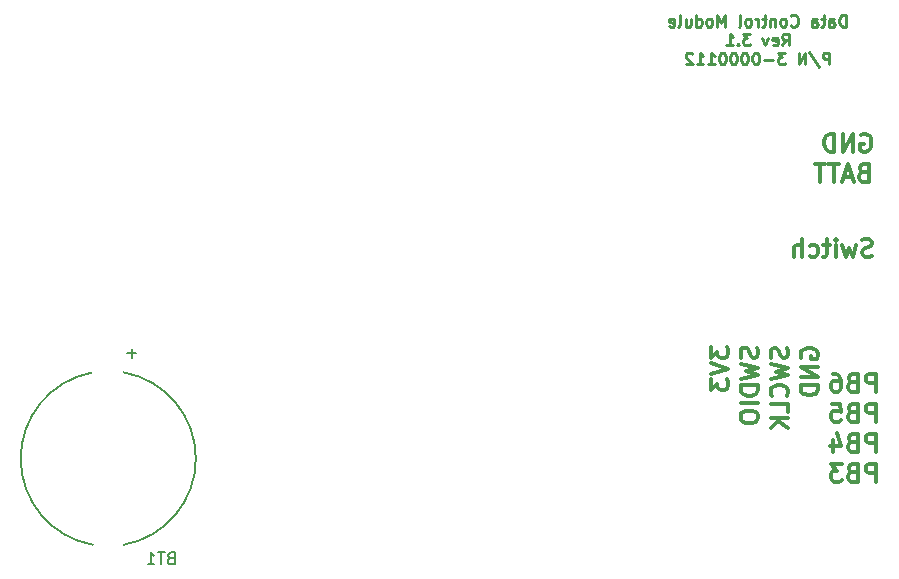
<source format=gbr>
G04 #@! TF.GenerationSoftware,KiCad,Pcbnew,(6.0.7)*
G04 #@! TF.CreationDate,2022-09-05T18:06:52-05:00*
G04 #@! TF.ProjectId,control_pcb,636f6e74-726f-46c5-9f70-63622e6b6963,3.1*
G04 #@! TF.SameCoordinates,Original*
G04 #@! TF.FileFunction,Legend,Bot*
G04 #@! TF.FilePolarity,Positive*
%FSLAX46Y46*%
G04 Gerber Fmt 4.6, Leading zero omitted, Abs format (unit mm)*
G04 Created by KiCad (PCBNEW (6.0.7)) date 2022-09-05 18:06:52*
%MOMM*%
%LPD*%
G01*
G04 APERTURE LIST*
%ADD10C,0.247650*%
%ADD11C,0.300000*%
%ADD12C,0.150000*%
G04 APERTURE END LIST*
D10*
X149335671Y-104390262D02*
X149335671Y-103399662D01*
X149099814Y-103399662D01*
X148958300Y-103446834D01*
X148863957Y-103541176D01*
X148816785Y-103635519D01*
X148769614Y-103824205D01*
X148769614Y-103965719D01*
X148816785Y-104154405D01*
X148863957Y-104248748D01*
X148958300Y-104343091D01*
X149099814Y-104390262D01*
X149335671Y-104390262D01*
X147920528Y-104390262D02*
X147920528Y-103871376D01*
X147967700Y-103777034D01*
X148062042Y-103729862D01*
X148250728Y-103729862D01*
X148345071Y-103777034D01*
X147920528Y-104343091D02*
X148014871Y-104390262D01*
X148250728Y-104390262D01*
X148345071Y-104343091D01*
X148392242Y-104248748D01*
X148392242Y-104154405D01*
X148345071Y-104060062D01*
X148250728Y-104012891D01*
X148014871Y-104012891D01*
X147920528Y-103965719D01*
X147590328Y-103729862D02*
X147212957Y-103729862D01*
X147448814Y-103399662D02*
X147448814Y-104248748D01*
X147401642Y-104343091D01*
X147307300Y-104390262D01*
X147212957Y-104390262D01*
X146458214Y-104390262D02*
X146458214Y-103871376D01*
X146505385Y-103777034D01*
X146599728Y-103729862D01*
X146788414Y-103729862D01*
X146882757Y-103777034D01*
X146458214Y-104343091D02*
X146552557Y-104390262D01*
X146788414Y-104390262D01*
X146882757Y-104343091D01*
X146929928Y-104248748D01*
X146929928Y-104154405D01*
X146882757Y-104060062D01*
X146788414Y-104012891D01*
X146552557Y-104012891D01*
X146458214Y-103965719D01*
X144665700Y-104295919D02*
X144712871Y-104343091D01*
X144854385Y-104390262D01*
X144948728Y-104390262D01*
X145090242Y-104343091D01*
X145184585Y-104248748D01*
X145231757Y-104154405D01*
X145278928Y-103965719D01*
X145278928Y-103824205D01*
X145231757Y-103635519D01*
X145184585Y-103541176D01*
X145090242Y-103446834D01*
X144948728Y-103399662D01*
X144854385Y-103399662D01*
X144712871Y-103446834D01*
X144665700Y-103494005D01*
X144099642Y-104390262D02*
X144193985Y-104343091D01*
X144241157Y-104295919D01*
X144288328Y-104201576D01*
X144288328Y-103918548D01*
X144241157Y-103824205D01*
X144193985Y-103777034D01*
X144099642Y-103729862D01*
X143958128Y-103729862D01*
X143863785Y-103777034D01*
X143816614Y-103824205D01*
X143769442Y-103918548D01*
X143769442Y-104201576D01*
X143816614Y-104295919D01*
X143863785Y-104343091D01*
X143958128Y-104390262D01*
X144099642Y-104390262D01*
X143344900Y-103729862D02*
X143344900Y-104390262D01*
X143344900Y-103824205D02*
X143297728Y-103777034D01*
X143203385Y-103729862D01*
X143061871Y-103729862D01*
X142967528Y-103777034D01*
X142920357Y-103871376D01*
X142920357Y-104390262D01*
X142590157Y-103729862D02*
X142212785Y-103729862D01*
X142448642Y-103399662D02*
X142448642Y-104248748D01*
X142401471Y-104343091D01*
X142307128Y-104390262D01*
X142212785Y-104390262D01*
X141882585Y-104390262D02*
X141882585Y-103729862D01*
X141882585Y-103918548D02*
X141835414Y-103824205D01*
X141788242Y-103777034D01*
X141693900Y-103729862D01*
X141599557Y-103729862D01*
X141127842Y-104390262D02*
X141222185Y-104343091D01*
X141269357Y-104295919D01*
X141316528Y-104201576D01*
X141316528Y-103918548D01*
X141269357Y-103824205D01*
X141222185Y-103777034D01*
X141127842Y-103729862D01*
X140986328Y-103729862D01*
X140891985Y-103777034D01*
X140844814Y-103824205D01*
X140797642Y-103918548D01*
X140797642Y-104201576D01*
X140844814Y-104295919D01*
X140891985Y-104343091D01*
X140986328Y-104390262D01*
X141127842Y-104390262D01*
X140231585Y-104390262D02*
X140325928Y-104343091D01*
X140373100Y-104248748D01*
X140373100Y-103399662D01*
X139099471Y-104390262D02*
X139099471Y-103399662D01*
X138769271Y-104107234D01*
X138439071Y-103399662D01*
X138439071Y-104390262D01*
X137825842Y-104390262D02*
X137920185Y-104343091D01*
X137967357Y-104295919D01*
X138014528Y-104201576D01*
X138014528Y-103918548D01*
X137967357Y-103824205D01*
X137920185Y-103777034D01*
X137825842Y-103729862D01*
X137684328Y-103729862D01*
X137589985Y-103777034D01*
X137542814Y-103824205D01*
X137495642Y-103918548D01*
X137495642Y-104201576D01*
X137542814Y-104295919D01*
X137589985Y-104343091D01*
X137684328Y-104390262D01*
X137825842Y-104390262D01*
X136646557Y-104390262D02*
X136646557Y-103399662D01*
X136646557Y-104343091D02*
X136740900Y-104390262D01*
X136929585Y-104390262D01*
X137023928Y-104343091D01*
X137071100Y-104295919D01*
X137118271Y-104201576D01*
X137118271Y-103918548D01*
X137071100Y-103824205D01*
X137023928Y-103777034D01*
X136929585Y-103729862D01*
X136740900Y-103729862D01*
X136646557Y-103777034D01*
X135750300Y-103729862D02*
X135750300Y-104390262D01*
X136174842Y-103729862D02*
X136174842Y-104248748D01*
X136127671Y-104343091D01*
X136033328Y-104390262D01*
X135891814Y-104390262D01*
X135797471Y-104343091D01*
X135750300Y-104295919D01*
X135137071Y-104390262D02*
X135231414Y-104343091D01*
X135278585Y-104248748D01*
X135278585Y-103399662D01*
X134382328Y-104343091D02*
X134476671Y-104390262D01*
X134665357Y-104390262D01*
X134759700Y-104343091D01*
X134806871Y-104248748D01*
X134806871Y-103871376D01*
X134759700Y-103777034D01*
X134665357Y-103729862D01*
X134476671Y-103729862D01*
X134382328Y-103777034D01*
X134335157Y-103871376D01*
X134335157Y-103965719D01*
X134806871Y-104060062D01*
X143910957Y-105985128D02*
X144241157Y-105513414D01*
X144477014Y-105985128D02*
X144477014Y-104994528D01*
X144099642Y-104994528D01*
X144005300Y-105041700D01*
X143958128Y-105088871D01*
X143910957Y-105183214D01*
X143910957Y-105324728D01*
X143958128Y-105419071D01*
X144005300Y-105466242D01*
X144099642Y-105513414D01*
X144477014Y-105513414D01*
X143109042Y-105937957D02*
X143203385Y-105985128D01*
X143392071Y-105985128D01*
X143486414Y-105937957D01*
X143533585Y-105843614D01*
X143533585Y-105466242D01*
X143486414Y-105371900D01*
X143392071Y-105324728D01*
X143203385Y-105324728D01*
X143109042Y-105371900D01*
X143061871Y-105466242D01*
X143061871Y-105560585D01*
X143533585Y-105654928D01*
X142731671Y-105324728D02*
X142495814Y-105985128D01*
X142259957Y-105324728D01*
X141222185Y-104994528D02*
X140608957Y-104994528D01*
X140939157Y-105371900D01*
X140797642Y-105371900D01*
X140703300Y-105419071D01*
X140656128Y-105466242D01*
X140608957Y-105560585D01*
X140608957Y-105796442D01*
X140656128Y-105890785D01*
X140703300Y-105937957D01*
X140797642Y-105985128D01*
X141080671Y-105985128D01*
X141175014Y-105937957D01*
X141222185Y-105890785D01*
X140184414Y-105890785D02*
X140137242Y-105937957D01*
X140184414Y-105985128D01*
X140231585Y-105937957D01*
X140184414Y-105890785D01*
X140184414Y-105985128D01*
X139193814Y-105985128D02*
X139759871Y-105985128D01*
X139476842Y-105985128D02*
X139476842Y-104994528D01*
X139571185Y-105136042D01*
X139665528Y-105230385D01*
X139759871Y-105277557D01*
X147920528Y-107579994D02*
X147920528Y-106589394D01*
X147543157Y-106589394D01*
X147448814Y-106636566D01*
X147401642Y-106683737D01*
X147354471Y-106778080D01*
X147354471Y-106919594D01*
X147401642Y-107013937D01*
X147448814Y-107061108D01*
X147543157Y-107108280D01*
X147920528Y-107108280D01*
X146222357Y-106542223D02*
X147071442Y-107815851D01*
X145892157Y-107579994D02*
X145892157Y-106589394D01*
X145326100Y-107579994D01*
X145326100Y-106589394D01*
X144193985Y-106589394D02*
X143580757Y-106589394D01*
X143910957Y-106966766D01*
X143769442Y-106966766D01*
X143675100Y-107013937D01*
X143627928Y-107061108D01*
X143580757Y-107155451D01*
X143580757Y-107391308D01*
X143627928Y-107485651D01*
X143675100Y-107532823D01*
X143769442Y-107579994D01*
X144052471Y-107579994D01*
X144146814Y-107532823D01*
X144193985Y-107485651D01*
X143156214Y-107202623D02*
X142401471Y-107202623D01*
X141741071Y-106589394D02*
X141646728Y-106589394D01*
X141552385Y-106636566D01*
X141505214Y-106683737D01*
X141458042Y-106778080D01*
X141410871Y-106966766D01*
X141410871Y-107202623D01*
X141458042Y-107391308D01*
X141505214Y-107485651D01*
X141552385Y-107532823D01*
X141646728Y-107579994D01*
X141741071Y-107579994D01*
X141835414Y-107532823D01*
X141882585Y-107485651D01*
X141929757Y-107391308D01*
X141976928Y-107202623D01*
X141976928Y-106966766D01*
X141929757Y-106778080D01*
X141882585Y-106683737D01*
X141835414Y-106636566D01*
X141741071Y-106589394D01*
X140797642Y-106589394D02*
X140703300Y-106589394D01*
X140608957Y-106636566D01*
X140561785Y-106683737D01*
X140514614Y-106778080D01*
X140467442Y-106966766D01*
X140467442Y-107202623D01*
X140514614Y-107391308D01*
X140561785Y-107485651D01*
X140608957Y-107532823D01*
X140703300Y-107579994D01*
X140797642Y-107579994D01*
X140891985Y-107532823D01*
X140939157Y-107485651D01*
X140986328Y-107391308D01*
X141033500Y-107202623D01*
X141033500Y-106966766D01*
X140986328Y-106778080D01*
X140939157Y-106683737D01*
X140891985Y-106636566D01*
X140797642Y-106589394D01*
X139854214Y-106589394D02*
X139759871Y-106589394D01*
X139665528Y-106636566D01*
X139618357Y-106683737D01*
X139571185Y-106778080D01*
X139524014Y-106966766D01*
X139524014Y-107202623D01*
X139571185Y-107391308D01*
X139618357Y-107485651D01*
X139665528Y-107532823D01*
X139759871Y-107579994D01*
X139854214Y-107579994D01*
X139948557Y-107532823D01*
X139995728Y-107485651D01*
X140042900Y-107391308D01*
X140090071Y-107202623D01*
X140090071Y-106966766D01*
X140042900Y-106778080D01*
X139995728Y-106683737D01*
X139948557Y-106636566D01*
X139854214Y-106589394D01*
X138910785Y-106589394D02*
X138816442Y-106589394D01*
X138722100Y-106636566D01*
X138674928Y-106683737D01*
X138627757Y-106778080D01*
X138580585Y-106966766D01*
X138580585Y-107202623D01*
X138627757Y-107391308D01*
X138674928Y-107485651D01*
X138722100Y-107532823D01*
X138816442Y-107579994D01*
X138910785Y-107579994D01*
X139005128Y-107532823D01*
X139052300Y-107485651D01*
X139099471Y-107391308D01*
X139146642Y-107202623D01*
X139146642Y-106966766D01*
X139099471Y-106778080D01*
X139052300Y-106683737D01*
X139005128Y-106636566D01*
X138910785Y-106589394D01*
X137637157Y-107579994D02*
X138203214Y-107579994D01*
X137920185Y-107579994D02*
X137920185Y-106589394D01*
X138014528Y-106730908D01*
X138108871Y-106825251D01*
X138203214Y-106872423D01*
X136693728Y-107579994D02*
X137259785Y-107579994D01*
X136976757Y-107579994D02*
X136976757Y-106589394D01*
X137071100Y-106730908D01*
X137165442Y-106825251D01*
X137259785Y-106872423D01*
X136316357Y-106683737D02*
X136269185Y-106636566D01*
X136174842Y-106589394D01*
X135938985Y-106589394D01*
X135844642Y-106636566D01*
X135797471Y-106683737D01*
X135750300Y-106778080D01*
X135750300Y-106872423D01*
X135797471Y-107013937D01*
X136363528Y-107579994D01*
X135750300Y-107579994D01*
D11*
X151530428Y-123797142D02*
X151316142Y-123868571D01*
X150959000Y-123868571D01*
X150816142Y-123797142D01*
X150744714Y-123725714D01*
X150673285Y-123582857D01*
X150673285Y-123440000D01*
X150744714Y-123297142D01*
X150816142Y-123225714D01*
X150959000Y-123154285D01*
X151244714Y-123082857D01*
X151387571Y-123011428D01*
X151459000Y-122940000D01*
X151530428Y-122797142D01*
X151530428Y-122654285D01*
X151459000Y-122511428D01*
X151387571Y-122440000D01*
X151244714Y-122368571D01*
X150887571Y-122368571D01*
X150673285Y-122440000D01*
X150173285Y-122868571D02*
X149887571Y-123868571D01*
X149601857Y-123154285D01*
X149316142Y-123868571D01*
X149030428Y-122868571D01*
X148459000Y-123868571D02*
X148459000Y-122868571D01*
X148459000Y-122368571D02*
X148530428Y-122440000D01*
X148459000Y-122511428D01*
X148387571Y-122440000D01*
X148459000Y-122368571D01*
X148459000Y-122511428D01*
X147959000Y-122868571D02*
X147387571Y-122868571D01*
X147744714Y-122368571D02*
X147744714Y-123654285D01*
X147673285Y-123797142D01*
X147530428Y-123868571D01*
X147387571Y-123868571D01*
X146244714Y-123797142D02*
X146387571Y-123868571D01*
X146673285Y-123868571D01*
X146816142Y-123797142D01*
X146887571Y-123725714D01*
X146959000Y-123582857D01*
X146959000Y-123154285D01*
X146887571Y-123011428D01*
X146816142Y-122940000D01*
X146673285Y-122868571D01*
X146387571Y-122868571D01*
X146244714Y-122940000D01*
X145601857Y-123868571D02*
X145601857Y-122368571D01*
X144959000Y-123868571D02*
X144959000Y-123082857D01*
X145030428Y-122940000D01*
X145173285Y-122868571D01*
X145387571Y-122868571D01*
X145530428Y-122940000D01*
X145601857Y-123011428D01*
X150776571Y-116732857D02*
X150562285Y-116804285D01*
X150490857Y-116875714D01*
X150419428Y-117018571D01*
X150419428Y-117232857D01*
X150490857Y-117375714D01*
X150562285Y-117447142D01*
X150705142Y-117518571D01*
X151276571Y-117518571D01*
X151276571Y-116018571D01*
X150776571Y-116018571D01*
X150633714Y-116090000D01*
X150562285Y-116161428D01*
X150490857Y-116304285D01*
X150490857Y-116447142D01*
X150562285Y-116590000D01*
X150633714Y-116661428D01*
X150776571Y-116732857D01*
X151276571Y-116732857D01*
X149848000Y-117090000D02*
X149133714Y-117090000D01*
X149990857Y-117518571D02*
X149490857Y-116018571D01*
X148990857Y-117518571D01*
X148705142Y-116018571D02*
X147848000Y-116018571D01*
X148276571Y-117518571D02*
X148276571Y-116018571D01*
X147562285Y-116018571D02*
X146705142Y-116018571D01*
X147133714Y-117518571D02*
X147133714Y-116018571D01*
X150621857Y-113550000D02*
X150764714Y-113478571D01*
X150979000Y-113478571D01*
X151193285Y-113550000D01*
X151336142Y-113692857D01*
X151407571Y-113835714D01*
X151479000Y-114121428D01*
X151479000Y-114335714D01*
X151407571Y-114621428D01*
X151336142Y-114764285D01*
X151193285Y-114907142D01*
X150979000Y-114978571D01*
X150836142Y-114978571D01*
X150621857Y-114907142D01*
X150550428Y-114835714D01*
X150550428Y-114335714D01*
X150836142Y-114335714D01*
X149907571Y-114978571D02*
X149907571Y-113478571D01*
X149050428Y-114978571D01*
X149050428Y-113478571D01*
X148336142Y-114978571D02*
X148336142Y-113478571D01*
X147979000Y-113478571D01*
X147764714Y-113550000D01*
X147621857Y-113692857D01*
X147550428Y-113835714D01*
X147479000Y-114121428D01*
X147479000Y-114335714D01*
X147550428Y-114621428D01*
X147621857Y-114764285D01*
X147764714Y-114907142D01*
X147979000Y-114978571D01*
X148336142Y-114978571D01*
X145554000Y-132461142D02*
X145482571Y-132318285D01*
X145482571Y-132104000D01*
X145554000Y-131889714D01*
X145696857Y-131746857D01*
X145839714Y-131675428D01*
X146125428Y-131604000D01*
X146339714Y-131604000D01*
X146625428Y-131675428D01*
X146768285Y-131746857D01*
X146911142Y-131889714D01*
X146982571Y-132104000D01*
X146982571Y-132246857D01*
X146911142Y-132461142D01*
X146839714Y-132532571D01*
X146339714Y-132532571D01*
X146339714Y-132246857D01*
X146982571Y-133175428D02*
X145482571Y-133175428D01*
X146982571Y-134032571D01*
X145482571Y-134032571D01*
X146982571Y-134746857D02*
X145482571Y-134746857D01*
X145482571Y-135104000D01*
X145554000Y-135318285D01*
X145696857Y-135461142D01*
X145839714Y-135532571D01*
X146125428Y-135604000D01*
X146339714Y-135604000D01*
X146625428Y-135532571D01*
X146768285Y-135461142D01*
X146911142Y-135318285D01*
X146982571Y-135104000D01*
X146982571Y-134746857D01*
X144371142Y-131608142D02*
X144442571Y-131822428D01*
X144442571Y-132179571D01*
X144371142Y-132322428D01*
X144299714Y-132393857D01*
X144156857Y-132465285D01*
X144014000Y-132465285D01*
X143871142Y-132393857D01*
X143799714Y-132322428D01*
X143728285Y-132179571D01*
X143656857Y-131893857D01*
X143585428Y-131751000D01*
X143514000Y-131679571D01*
X143371142Y-131608142D01*
X143228285Y-131608142D01*
X143085428Y-131679571D01*
X143014000Y-131751000D01*
X142942571Y-131893857D01*
X142942571Y-132251000D01*
X143014000Y-132465285D01*
X142942571Y-132965285D02*
X144442571Y-133322428D01*
X143371142Y-133608142D01*
X144442571Y-133893857D01*
X142942571Y-134251000D01*
X144299714Y-135679571D02*
X144371142Y-135608142D01*
X144442571Y-135393857D01*
X144442571Y-135251000D01*
X144371142Y-135036714D01*
X144228285Y-134893857D01*
X144085428Y-134822428D01*
X143799714Y-134751000D01*
X143585428Y-134751000D01*
X143299714Y-134822428D01*
X143156857Y-134893857D01*
X143014000Y-135036714D01*
X142942571Y-135251000D01*
X142942571Y-135393857D01*
X143014000Y-135608142D01*
X143085428Y-135679571D01*
X144442571Y-137036714D02*
X144442571Y-136322428D01*
X142942571Y-136322428D01*
X144442571Y-137536714D02*
X142942571Y-137536714D01*
X144442571Y-138393857D02*
X143585428Y-137751000D01*
X142942571Y-138393857D02*
X143799714Y-137536714D01*
X141831142Y-131568428D02*
X141902571Y-131782714D01*
X141902571Y-132139857D01*
X141831142Y-132282714D01*
X141759714Y-132354142D01*
X141616857Y-132425571D01*
X141474000Y-132425571D01*
X141331142Y-132354142D01*
X141259714Y-132282714D01*
X141188285Y-132139857D01*
X141116857Y-131854142D01*
X141045428Y-131711285D01*
X140974000Y-131639857D01*
X140831142Y-131568428D01*
X140688285Y-131568428D01*
X140545428Y-131639857D01*
X140474000Y-131711285D01*
X140402571Y-131854142D01*
X140402571Y-132211285D01*
X140474000Y-132425571D01*
X140402571Y-132925571D02*
X141902571Y-133282714D01*
X140831142Y-133568428D01*
X141902571Y-133854142D01*
X140402571Y-134211285D01*
X141902571Y-134782714D02*
X140402571Y-134782714D01*
X140402571Y-135139857D01*
X140474000Y-135354142D01*
X140616857Y-135497000D01*
X140759714Y-135568428D01*
X141045428Y-135639857D01*
X141259714Y-135639857D01*
X141545428Y-135568428D01*
X141688285Y-135497000D01*
X141831142Y-135354142D01*
X141902571Y-135139857D01*
X141902571Y-134782714D01*
X141902571Y-136282714D02*
X140402571Y-136282714D01*
X140402571Y-137282714D02*
X140402571Y-137568428D01*
X140474000Y-137711285D01*
X140616857Y-137854142D01*
X140902571Y-137925571D01*
X141402571Y-137925571D01*
X141688285Y-137854142D01*
X141831142Y-137711285D01*
X141902571Y-137568428D01*
X141902571Y-137282714D01*
X141831142Y-137139857D01*
X141688285Y-136997000D01*
X141402571Y-136925571D01*
X140902571Y-136925571D01*
X140616857Y-136997000D01*
X140474000Y-137139857D01*
X140402571Y-137282714D01*
X137862571Y-131492857D02*
X137862571Y-132421428D01*
X138434000Y-131921428D01*
X138434000Y-132135714D01*
X138505428Y-132278571D01*
X138576857Y-132350000D01*
X138719714Y-132421428D01*
X139076857Y-132421428D01*
X139219714Y-132350000D01*
X139291142Y-132278571D01*
X139362571Y-132135714D01*
X139362571Y-131707142D01*
X139291142Y-131564285D01*
X139219714Y-131492857D01*
X137862571Y-132850000D02*
X139362571Y-133350000D01*
X137862571Y-133850000D01*
X137862571Y-134207142D02*
X137862571Y-135135714D01*
X138434000Y-134635714D01*
X138434000Y-134850000D01*
X138505428Y-134992857D01*
X138576857Y-135064285D01*
X138719714Y-135135714D01*
X139076857Y-135135714D01*
X139219714Y-135064285D01*
X139291142Y-134992857D01*
X139362571Y-134850000D01*
X139362571Y-134421428D01*
X139291142Y-134278571D01*
X139219714Y-134207142D01*
X151844142Y-142918571D02*
X151844142Y-141418571D01*
X151272714Y-141418571D01*
X151129857Y-141490000D01*
X151058428Y-141561428D01*
X150987000Y-141704285D01*
X150987000Y-141918571D01*
X151058428Y-142061428D01*
X151129857Y-142132857D01*
X151272714Y-142204285D01*
X151844142Y-142204285D01*
X149844142Y-142132857D02*
X149629857Y-142204285D01*
X149558428Y-142275714D01*
X149487000Y-142418571D01*
X149487000Y-142632857D01*
X149558428Y-142775714D01*
X149629857Y-142847142D01*
X149772714Y-142918571D01*
X150344142Y-142918571D01*
X150344142Y-141418571D01*
X149844142Y-141418571D01*
X149701285Y-141490000D01*
X149629857Y-141561428D01*
X149558428Y-141704285D01*
X149558428Y-141847142D01*
X149629857Y-141990000D01*
X149701285Y-142061428D01*
X149844142Y-142132857D01*
X150344142Y-142132857D01*
X148987000Y-141418571D02*
X148058428Y-141418571D01*
X148558428Y-141990000D01*
X148344142Y-141990000D01*
X148201285Y-142061428D01*
X148129857Y-142132857D01*
X148058428Y-142275714D01*
X148058428Y-142632857D01*
X148129857Y-142775714D01*
X148201285Y-142847142D01*
X148344142Y-142918571D01*
X148772714Y-142918571D01*
X148915571Y-142847142D01*
X148987000Y-142775714D01*
X151844142Y-140378571D02*
X151844142Y-138878571D01*
X151272714Y-138878571D01*
X151129857Y-138950000D01*
X151058428Y-139021428D01*
X150987000Y-139164285D01*
X150987000Y-139378571D01*
X151058428Y-139521428D01*
X151129857Y-139592857D01*
X151272714Y-139664285D01*
X151844142Y-139664285D01*
X149844142Y-139592857D02*
X149629857Y-139664285D01*
X149558428Y-139735714D01*
X149487000Y-139878571D01*
X149487000Y-140092857D01*
X149558428Y-140235714D01*
X149629857Y-140307142D01*
X149772714Y-140378571D01*
X150344142Y-140378571D01*
X150344142Y-138878571D01*
X149844142Y-138878571D01*
X149701285Y-138950000D01*
X149629857Y-139021428D01*
X149558428Y-139164285D01*
X149558428Y-139307142D01*
X149629857Y-139450000D01*
X149701285Y-139521428D01*
X149844142Y-139592857D01*
X150344142Y-139592857D01*
X148201285Y-139378571D02*
X148201285Y-140378571D01*
X148558428Y-138807142D02*
X148915571Y-139878571D01*
X147987000Y-139878571D01*
X151844142Y-137838571D02*
X151844142Y-136338571D01*
X151272714Y-136338571D01*
X151129857Y-136410000D01*
X151058428Y-136481428D01*
X150987000Y-136624285D01*
X150987000Y-136838571D01*
X151058428Y-136981428D01*
X151129857Y-137052857D01*
X151272714Y-137124285D01*
X151844142Y-137124285D01*
X149844142Y-137052857D02*
X149629857Y-137124285D01*
X149558428Y-137195714D01*
X149487000Y-137338571D01*
X149487000Y-137552857D01*
X149558428Y-137695714D01*
X149629857Y-137767142D01*
X149772714Y-137838571D01*
X150344142Y-137838571D01*
X150344142Y-136338571D01*
X149844142Y-136338571D01*
X149701285Y-136410000D01*
X149629857Y-136481428D01*
X149558428Y-136624285D01*
X149558428Y-136767142D01*
X149629857Y-136910000D01*
X149701285Y-136981428D01*
X149844142Y-137052857D01*
X150344142Y-137052857D01*
X148129857Y-136338571D02*
X148844142Y-136338571D01*
X148915571Y-137052857D01*
X148844142Y-136981428D01*
X148701285Y-136910000D01*
X148344142Y-136910000D01*
X148201285Y-136981428D01*
X148129857Y-137052857D01*
X148058428Y-137195714D01*
X148058428Y-137552857D01*
X148129857Y-137695714D01*
X148201285Y-137767142D01*
X148344142Y-137838571D01*
X148701285Y-137838571D01*
X148844142Y-137767142D01*
X148915571Y-137695714D01*
X151844142Y-135298571D02*
X151844142Y-133798571D01*
X151272714Y-133798571D01*
X151129857Y-133870000D01*
X151058428Y-133941428D01*
X150987000Y-134084285D01*
X150987000Y-134298571D01*
X151058428Y-134441428D01*
X151129857Y-134512857D01*
X151272714Y-134584285D01*
X151844142Y-134584285D01*
X149844142Y-134512857D02*
X149629857Y-134584285D01*
X149558428Y-134655714D01*
X149487000Y-134798571D01*
X149487000Y-135012857D01*
X149558428Y-135155714D01*
X149629857Y-135227142D01*
X149772714Y-135298571D01*
X150344142Y-135298571D01*
X150344142Y-133798571D01*
X149844142Y-133798571D01*
X149701285Y-133870000D01*
X149629857Y-133941428D01*
X149558428Y-134084285D01*
X149558428Y-134227142D01*
X149629857Y-134370000D01*
X149701285Y-134441428D01*
X149844142Y-134512857D01*
X150344142Y-134512857D01*
X148201285Y-133798571D02*
X148487000Y-133798571D01*
X148629857Y-133870000D01*
X148701285Y-133941428D01*
X148844142Y-134155714D01*
X148915571Y-134441428D01*
X148915571Y-135012857D01*
X148844142Y-135155714D01*
X148772714Y-135227142D01*
X148629857Y-135298571D01*
X148344142Y-135298571D01*
X148201285Y-135227142D01*
X148129857Y-135155714D01*
X148058428Y-135012857D01*
X148058428Y-134655714D01*
X148129857Y-134512857D01*
X148201285Y-134441428D01*
X148344142Y-134370000D01*
X148629857Y-134370000D01*
X148772714Y-134441428D01*
X148844142Y-134512857D01*
X148915571Y-134655714D01*
D12*
X92153714Y-149398571D02*
X92010857Y-149446190D01*
X91963238Y-149493809D01*
X91915619Y-149589047D01*
X91915619Y-149731904D01*
X91963238Y-149827142D01*
X92010857Y-149874761D01*
X92106095Y-149922380D01*
X92487047Y-149922380D01*
X92487047Y-148922380D01*
X92153714Y-148922380D01*
X92058476Y-148970000D01*
X92010857Y-149017619D01*
X91963238Y-149112857D01*
X91963238Y-149208095D01*
X92010857Y-149303333D01*
X92058476Y-149350952D01*
X92153714Y-149398571D01*
X92487047Y-149398571D01*
X91629904Y-148922380D02*
X91058476Y-148922380D01*
X91344190Y-149922380D02*
X91344190Y-148922380D01*
X90201333Y-149922380D02*
X90772761Y-149922380D01*
X90487047Y-149922380D02*
X90487047Y-148922380D01*
X90582285Y-149065238D01*
X90677523Y-149160476D01*
X90772761Y-149208095D01*
X89248952Y-132041428D02*
X88487047Y-132041428D01*
X88868000Y-132422380D02*
X88868000Y-131660476D01*
X85452730Y-133691469D02*
G75*
G03*
X85568000Y-148270000I1415270J-7278531D01*
G01*
X88168001Y-148269999D02*
G75*
G03*
X88167999Y-133670001I-1300001J7299999D01*
G01*
M02*

</source>
